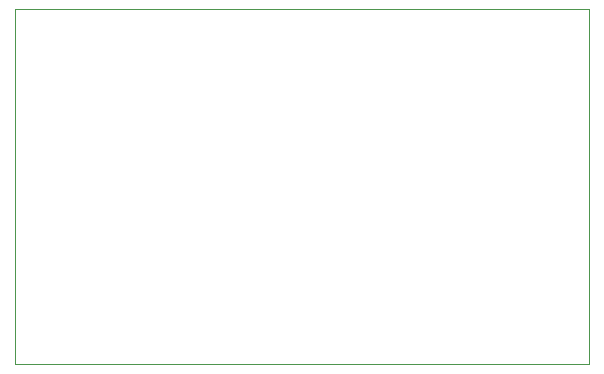
<source format=gm1>
G04 #@! TF.GenerationSoftware,KiCad,Pcbnew,7.0.6-0*
G04 #@! TF.CreationDate,2023-11-15T10:51:59-05:00*
G04 #@! TF.ProjectId,AntSniffer,416e7453-6e69-4666-9665-722e6b696361,rev?*
G04 #@! TF.SameCoordinates,Original*
G04 #@! TF.FileFunction,Profile,NP*
%FSLAX46Y46*%
G04 Gerber Fmt 4.6, Leading zero omitted, Abs format (unit mm)*
G04 Created by KiCad (PCBNEW 7.0.6-0) date 2023-11-15 10:51:59*
%MOMM*%
%LPD*%
G01*
G04 APERTURE LIST*
G04 #@! TA.AperFunction,Profile*
%ADD10C,0.100000*%
G04 #@! TD*
G04 APERTURE END LIST*
D10*
X144300000Y-42545000D02*
X192900000Y-42545000D01*
X192900000Y-72618600D01*
X144300000Y-72618600D01*
X144300000Y-42545000D01*
M02*

</source>
